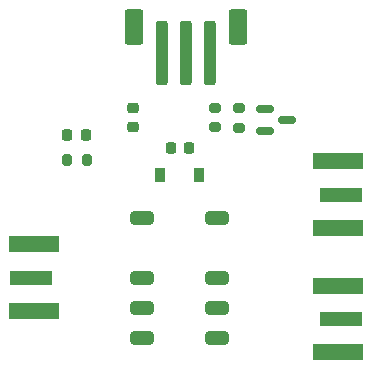
<source format=gbr>
%TF.GenerationSoftware,KiCad,Pcbnew,(6.0.1)*%
%TF.CreationDate,2022-02-13T11:50:17+00:00*%
%TF.ProjectId,Relay_RF_EE2,52656c61-795f-4524-965f-4545322e6b69,rev?*%
%TF.SameCoordinates,Original*%
%TF.FileFunction,Paste,Top*%
%TF.FilePolarity,Positive*%
%FSLAX46Y46*%
G04 Gerber Fmt 4.6, Leading zero omitted, Abs format (unit mm)*
G04 Created by KiCad (PCBNEW (6.0.1)) date 2022-02-13 11:50:17*
%MOMM*%
%LPD*%
G01*
G04 APERTURE LIST*
G04 Aperture macros list*
%AMRoundRect*
0 Rectangle with rounded corners*
0 $1 Rounding radius*
0 $2 $3 $4 $5 $6 $7 $8 $9 X,Y pos of 4 corners*
0 Add a 4 corners polygon primitive as box body*
4,1,4,$2,$3,$4,$5,$6,$7,$8,$9,$2,$3,0*
0 Add four circle primitives for the rounded corners*
1,1,$1+$1,$2,$3*
1,1,$1+$1,$4,$5*
1,1,$1+$1,$6,$7*
1,1,$1+$1,$8,$9*
0 Add four rect primitives between the rounded corners*
20,1,$1+$1,$2,$3,$4,$5,0*
20,1,$1+$1,$4,$5,$6,$7,0*
20,1,$1+$1,$6,$7,$8,$9,0*
20,1,$1+$1,$8,$9,$2,$3,0*%
G04 Aperture macros list end*
%ADD10R,3.600000X1.270000*%
%ADD11R,4.200000X1.350000*%
%ADD12RoundRect,0.200000X0.200000X0.275000X-0.200000X0.275000X-0.200000X-0.275000X0.200000X-0.275000X0*%
%ADD13RoundRect,0.200000X0.275000X-0.200000X0.275000X0.200000X-0.275000X0.200000X-0.275000X-0.200000X0*%
%ADD14RoundRect,0.225000X0.225000X0.250000X-0.225000X0.250000X-0.225000X-0.250000X0.225000X-0.250000X0*%
%ADD15RoundRect,0.200000X-0.275000X0.200000X-0.275000X-0.200000X0.275000X-0.200000X0.275000X0.200000X0*%
%ADD16RoundRect,0.225000X0.250000X-0.225000X0.250000X0.225000X-0.250000X0.225000X-0.250000X-0.225000X0*%
%ADD17RoundRect,0.250000X-0.250000X-2.500000X0.250000X-2.500000X0.250000X2.500000X-0.250000X2.500000X0*%
%ADD18RoundRect,0.250000X-0.550000X-1.250000X0.550000X-1.250000X0.550000X1.250000X-0.550000X1.250000X0*%
%ADD19RoundRect,0.218750X-0.218750X-0.256250X0.218750X-0.256250X0.218750X0.256250X-0.218750X0.256250X0*%
%ADD20RoundRect,0.150000X-0.587500X-0.150000X0.587500X-0.150000X0.587500X0.150000X-0.587500X0.150000X0*%
%ADD21RoundRect,0.249750X-0.750250X0.305250X-0.750250X-0.305250X0.750250X-0.305250X0.750250X0.305250X0*%
%ADD22R,0.900000X1.200000*%
G04 APERTURE END LIST*
D10*
%TO.C,J2*%
X101900000Y-124500000D03*
D11*
X102100000Y-127325000D03*
X102100000Y-121675000D03*
%TD*%
D12*
%TO.C,R2*%
X106612500Y-114550000D03*
X104962500Y-114550000D03*
%TD*%
D13*
%TO.C,R1*%
X117450000Y-111775000D03*
X117450000Y-110125000D03*
%TD*%
D14*
%TO.C,C2*%
X115250000Y-113575000D03*
X113700000Y-113575000D03*
%TD*%
D15*
%TO.C,R3*%
X119500000Y-110175000D03*
X119500000Y-111825000D03*
%TD*%
D16*
%TO.C,C1*%
X110550000Y-111725000D03*
X110550000Y-110175000D03*
%TD*%
D17*
%TO.C,J1*%
X113000000Y-105500000D03*
X115000000Y-105500000D03*
X117000000Y-105500000D03*
D18*
X119400000Y-103250000D03*
X110600000Y-103250000D03*
%TD*%
D10*
%TO.C,J4*%
X128100000Y-128000000D03*
D11*
X127900000Y-125175000D03*
X127900000Y-130825000D03*
%TD*%
D19*
%TO.C,D2*%
X104962500Y-112450000D03*
X106537500Y-112450000D03*
%TD*%
D20*
%TO.C,Q1*%
X121662500Y-110200000D03*
X121662500Y-112100000D03*
X123537500Y-111150000D03*
%TD*%
D10*
%TO.C,J3*%
X128100000Y-117500000D03*
D11*
X127900000Y-114675000D03*
X127900000Y-120325000D03*
%TD*%
D21*
%TO.C,K1*%
X111305000Y-119450000D03*
X111305000Y-124530000D03*
X111305000Y-127070000D03*
X111305000Y-129610000D03*
X117595000Y-129610000D03*
X117595000Y-127070000D03*
X117595000Y-124530000D03*
X117595000Y-119450000D03*
%TD*%
D22*
%TO.C,D1*%
X112825000Y-115825000D03*
X116125000Y-115825000D03*
%TD*%
M02*

</source>
